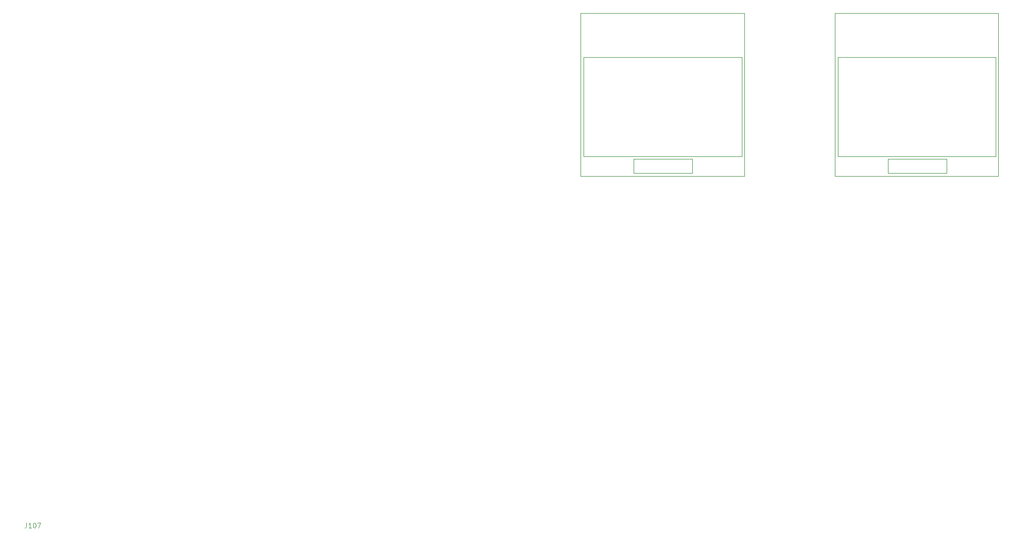
<source format=gto>
%TF.GenerationSoftware,KiCad,Pcbnew,6.0.11-3.fc37*%
%TF.CreationDate,2023-03-28T23:22:27+01:00*%
%TF.ProjectId,ISS,4953532e-6b69-4636-9164-5f7063625858,1*%
%TF.SameCoordinates,Original*%
%TF.FileFunction,Legend,Top*%
%TF.FilePolarity,Positive*%
%FSLAX46Y46*%
G04 Gerber Fmt 4.6, Leading zero omitted, Abs format (unit mm)*
G04 Created by KiCad (PCBNEW 6.0.11-3.fc37) date 2023-03-28 23:22:27*
%MOMM*%
%LPD*%
G01*
G04 APERTURE LIST*
%ADD10C,0.120000*%
G04 APERTURE END LIST*
D10*
%TO.C,J107*%
X24371428Y-121661904D02*
X24371428Y-122233333D01*
X24333333Y-122347619D01*
X24257142Y-122423809D01*
X24142857Y-122461904D01*
X24066666Y-122461904D01*
X25171428Y-122461904D02*
X24714285Y-122461904D01*
X24942857Y-122461904D02*
X24942857Y-121661904D01*
X24866666Y-121776190D01*
X24790476Y-121852380D01*
X24714285Y-121890476D01*
X25666666Y-121661904D02*
X25742857Y-121661904D01*
X25819047Y-121700000D01*
X25857142Y-121738095D01*
X25895238Y-121814285D01*
X25933333Y-121966666D01*
X25933333Y-122157142D01*
X25895238Y-122309523D01*
X25857142Y-122385714D01*
X25819047Y-122423809D01*
X25742857Y-122461904D01*
X25666666Y-122461904D01*
X25590476Y-122423809D01*
X25552380Y-122385714D01*
X25514285Y-122309523D01*
X25476190Y-122157142D01*
X25476190Y-121966666D01*
X25514285Y-121814285D01*
X25552380Y-121738095D01*
X25590476Y-121700000D01*
X25666666Y-121661904D01*
X26200000Y-121661904D02*
X26733333Y-121661904D01*
X26390476Y-122461904D01*
%TO.C,J105*%
X178384358Y-63161001D02*
X178384358Y-60748001D01*
X159685358Y-63650001D02*
X159685358Y-36350001D01*
X163563358Y-43755001D02*
X160223358Y-43730001D01*
X187085358Y-36350001D02*
X187085358Y-63650001D01*
X168605358Y-60748001D02*
X178384358Y-60748001D01*
X163563358Y-60355001D02*
X160477358Y-60355001D01*
X159685358Y-36350001D02*
X187085358Y-36350001D01*
X186663358Y-43755001D02*
X186663358Y-60355001D01*
X178384358Y-63161001D02*
X168605358Y-63161001D01*
X160223358Y-43730001D02*
X160223358Y-60367001D01*
X187085358Y-63650001D02*
X159685358Y-63650001D01*
X168605358Y-63161001D02*
X168605358Y-60748001D01*
X186663358Y-60355001D02*
X163563358Y-60355001D01*
X163563358Y-43755001D02*
X186663358Y-43755001D01*
X160223358Y-60367001D02*
X160477358Y-60355001D01*
%TO.C,J5*%
X144514642Y-36350001D02*
X144514642Y-63650001D01*
X135813642Y-63161001D02*
X126034642Y-63161001D01*
X126034642Y-60748001D02*
X135813642Y-60748001D01*
X144514642Y-63650001D02*
X117114642Y-63650001D01*
X117114642Y-36350001D02*
X144514642Y-36350001D01*
X144092642Y-43755001D02*
X144092642Y-60355001D01*
X117114642Y-63650001D02*
X117114642Y-36350001D01*
X117652642Y-43730001D02*
X117652642Y-60367001D01*
X135813642Y-63161001D02*
X135813642Y-60748001D01*
X120992642Y-43755001D02*
X144092642Y-43755001D01*
X144092642Y-60355001D02*
X120992642Y-60355001D01*
X126034642Y-63161001D02*
X126034642Y-60748001D01*
X120992642Y-60355001D02*
X117906642Y-60355001D01*
X117652642Y-60367001D02*
X117906642Y-60355001D01*
X120992642Y-43755001D02*
X117652642Y-43730001D01*
%TD*%
M02*

</source>
